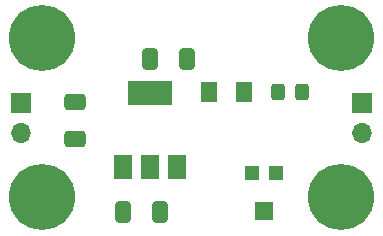
<source format=gbr>
%TF.GenerationSoftware,KiCad,Pcbnew,7.0.5*%
%TF.CreationDate,2023-08-22T20:16:44+01:00*%
%TF.ProjectId,AMS1117-Adjustable-Breakout,414d5331-3131-4372-9d41-646a75737461,V1*%
%TF.SameCoordinates,Original*%
%TF.FileFunction,Soldermask,Top*%
%TF.FilePolarity,Negative*%
%FSLAX46Y46*%
G04 Gerber Fmt 4.6, Leading zero omitted, Abs format (unit mm)*
G04 Created by KiCad (PCBNEW 7.0.5) date 2023-08-22 20:16:44*
%MOMM*%
%LPD*%
G01*
G04 APERTURE LIST*
G04 Aperture macros list*
%AMRoundRect*
0 Rectangle with rounded corners*
0 $1 Rounding radius*
0 $2 $3 $4 $5 $6 $7 $8 $9 X,Y pos of 4 corners*
0 Add a 4 corners polygon primitive as box body*
4,1,4,$2,$3,$4,$5,$6,$7,$8,$9,$2,$3,0*
0 Add four circle primitives for the rounded corners*
1,1,$1+$1,$2,$3*
1,1,$1+$1,$4,$5*
1,1,$1+$1,$6,$7*
1,1,$1+$1,$8,$9*
0 Add four rect primitives between the rounded corners*
20,1,$1+$1,$2,$3,$4,$5,0*
20,1,$1+$1,$4,$5,$6,$7,0*
20,1,$1+$1,$6,$7,$8,$9,0*
20,1,$1+$1,$8,$9,$2,$3,0*%
G04 Aperture macros list end*
%ADD10RoundRect,0.250000X-0.412500X-0.650000X0.412500X-0.650000X0.412500X0.650000X-0.412500X0.650000X0*%
%ADD11R,1.200000X1.200000*%
%ADD12R,1.600000X1.500000*%
%ADD13C,5.600000*%
%ADD14RoundRect,0.250000X-0.650000X0.412500X-0.650000X-0.412500X0.650000X-0.412500X0.650000X0.412500X0*%
%ADD15RoundRect,0.250001X-0.462499X-0.624999X0.462499X-0.624999X0.462499X0.624999X-0.462499X0.624999X0*%
%ADD16R,1.500000X2.000000*%
%ADD17R,3.800000X2.000000*%
%ADD18R,1.700000X1.700000*%
%ADD19O,1.700000X1.700000*%
%ADD20RoundRect,0.250000X0.325000X0.450000X-0.325000X0.450000X-0.325000X-0.450000X0.325000X-0.450000X0*%
G04 APERTURE END LIST*
D10*
%TO.C,C2*%
X87591500Y-49784000D03*
X90716500Y-49784000D03*
%TD*%
D11*
%TO.C,RV1*%
X98282000Y-59414000D03*
D12*
X97282000Y-62664000D03*
D11*
X96282000Y-59414000D03*
%TD*%
D13*
%TO.C,H2*%
X78486000Y-61468000D03*
%TD*%
D14*
%TO.C,C1*%
X81280000Y-53428500D03*
X81280000Y-56553500D03*
%TD*%
D13*
%TO.C,H4*%
X103759000Y-61468000D03*
%TD*%
D15*
%TO.C,F1*%
X92619500Y-52578000D03*
X95594500Y-52578000D03*
%TD*%
D16*
%TO.C,U1*%
X85330000Y-58903000D03*
X87630000Y-58903000D03*
D17*
X87630000Y-52603000D03*
D16*
X89930000Y-58903000D03*
%TD*%
D13*
%TO.C,H1*%
X78486000Y-48006000D03*
%TD*%
D18*
%TO.C,J2*%
X105537000Y-53462000D03*
D19*
X105537000Y-56002000D03*
%TD*%
D20*
%TO.C,D1*%
X100466000Y-52578000D03*
X98416000Y-52578000D03*
%TD*%
D10*
%TO.C,CADJ1*%
X85305500Y-62738000D03*
X88430500Y-62738000D03*
%TD*%
D18*
%TO.C,J1*%
X76708000Y-53462000D03*
D19*
X76708000Y-56002000D03*
%TD*%
D13*
%TO.C,H3*%
X103759000Y-48006000D03*
%TD*%
M02*

</source>
